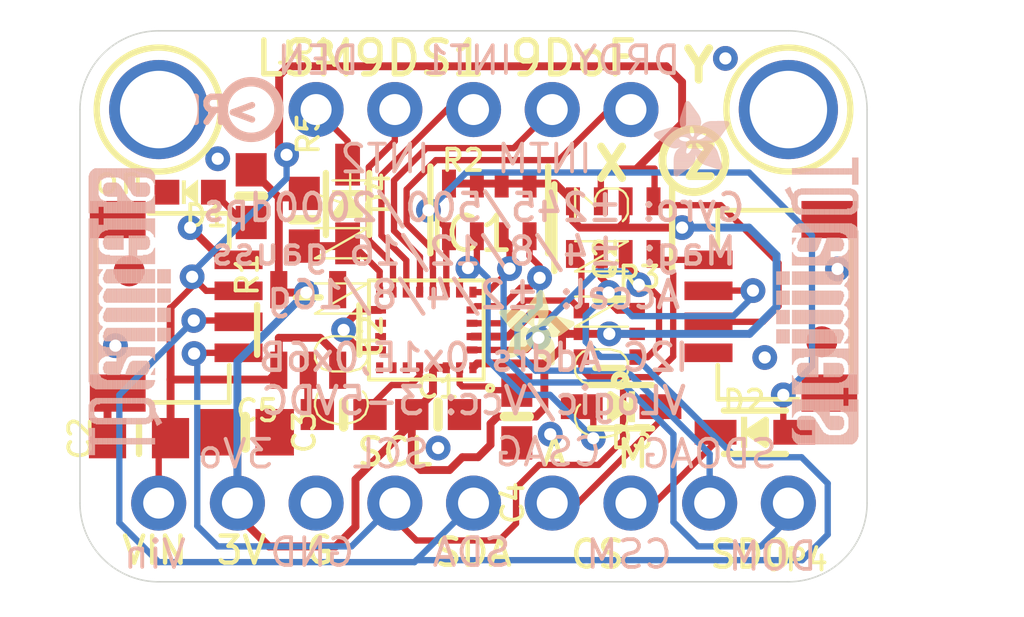
<source format=kicad_pcb>
(kicad_pcb (version 20211014) (generator pcbnew)
  (layers (0 "F.Cu" signal) (31 "B.Cu" signal) (34 "B.Paste" user) (35 "F.Paste" user) (36 "B.SilkS" user "B.Silkscreen") (37 "F.SilkS" user "F.Silkscreen") (38 "B.Mask" user) (39 "F.Mask" user) (44 "Edge.Cuts" user))
  (net 0 "")
  (net 1 "GND")
  (net 2 "SDA")
  (net 3 "SCL")
  (net 4 "SCL_3V")
  (net 5 "SDA_3V")
  (net 6 "3.3V")
  (net 7 "VCC")
  (net 8 "N$1")
  (net 9 "DEN_5V")
  (net 10 "DEN_3V")
  (net 11 "CS_A/G")
  (net 12 "CS_M")
  (net 13 "SDO_M")
  (net 14 "SDO_AG")
  (net 15 "INT_M")
  (net 16 "DRDY_M")
  (net 17 "INT1_AG")
  (net 18 "INT2_AG")
  (net 19 "C1")
  (net 20 "CAP")
  (net 21 "CS_AG_5V")
  (net 22 "CS_M_5V")
  (footprint "boardEagle:LGA24_3.5X3.1MM" (layer "F.Cu") (at 146.9771 105.7656 180)
    (fp_text reference "IC1" (at -2.9 3.1) (layer "F.SilkS") (effects (font (size 1.117092 1.117092) (thickness 0.152908)) (justify right)))
    (fp_text value "LSM9DS1" hide)
    (pad "1" smd rect (at -1.505 -1.22 90) (size 0.35 0.23) (layers "F.Cu" "F.Paste" "F.Mask") (net 6 "3.3V"))
    (pad "2" smd rect (at -1.475 -0.645) (size 0.35 0.23) (layers "F.Cu" "F.Paste" "F.Mask") (net 4 "SCL_3V"))
    (pad "3" smd rect (at -1.475 -0.215) (size 0.35 0.23) (layers "F.Cu" "F.Paste" "F.Mask") (net 6 "3.3V"))
    (pad "4" smd rect (at -1.475 0.215) (size 0.35 0.23) (layers "F.Cu" "F.Paste" "F.Mask") (net 5 "SDA_3V"))
    (pad "5" smd rect (at -1.475 0.645) (size 0.35 0.23) (layers "F.Cu" "F.Paste" "F.Mask") (net 14 "SDO_AG"))
    (pad "6" smd rect (at -1.505 1.22 270) (size 0.35 0.23) (layers "F.Cu" "F.Paste" "F.Mask") (net 13 "SDO_M"))
    (pad "7" smd rect (at -1.075 1.22 270) (size 0.35 0.23) (layers "F.Cu" "F.Paste" "F.Mask") (net 11 "CS_A/G"))
    (pad "8" smd rect (at -0.645 1.22 270) (size 0.35 0.23) (layers "F.Cu" "F.Paste" "F.Mask") (net 12 "CS_M"))
    (pad "9" smd rect (at -0.215 1.22 270) (size 0.35 0.23) (layers "F.Cu" "F.Paste" "F.Mask") (net 16 "DRDY_M"))
    (pad "10" smd rect (at 0.215 1.22 270) (size 0.35 0.23) (layers "F.Cu" "F.Paste" "F.Mask") (net 15 "INT_M"))
    (pad "11" smd rect (at 0.645 1.22 270) (size 0.35 0.23) (layers "F.Cu" "F.Paste" "F.Mask") (net 17 "INT1_AG"))
    (pad "12" smd rect (at 1.075 1.22 270) (size 0.35 0.23) (layers "F.Cu" "F.Paste" "F.Mask") (net 18 "INT2_AG"))
    (pad "13" smd rect (at 1.505 1.22 270) (size 0.35 0.23) (layers "F.Cu" "F.Paste" "F.Mask") (net 10 "DEN_3V"))
    (pad "14" smd rect (at 1.475 0.645) (size 0.35 0.23) (layers "F.Cu" "F.Paste" "F.Mask") (net 1 "GND"))
    (pad "15" smd rect (at 1.475 0.215) (size 0.35 0.23) (layers "F.Cu" "F.Paste" "F.Mask") (net 1 "GND"))
    (pad "16" smd rect (at 1.475 -0.215) (size 0.35 0.23) (layers "F.Cu" "F.Paste" "F.Mask") (net 1 "GND"))
    (pad "17" smd rect (at 1.475 -0.645) (size 0.35 0.23) (layers "F.Cu" "F.Paste" "F.Mask") (net 1 "GND"))
    (pad "18" smd rect (at 1.505 -1.22 90) (size 0.35 0.23) (layers "F.Cu" "F.Paste" "F.Mask") (net 1 "GND"))
    (pad "19" smd rect (at 1.075 -1.22 90) (size 0.35 0.23) (layers "F.Cu" "F.Paste" "F.Mask") (net 1 "GND"))
    (pad "20" smd rect (at 0.645 -1.22 90) (size 0.35 0.23) (layers "F.Cu" "F.Paste" "F.Mask") (net 1 "GND"))
    (pad "21" smd rect (at 0.215 -1.22 90) (size 0.35 0.23) (layers "F.Cu" "F.Paste" "F.Mask") (net 20 "CAP"))
    (pad "22" smd rect (at -0.215 -1.22 90) (size 0.35 0.23) (layers "F.Cu" "F.Paste" "F.Mask") (net 6 "3.3V"))
    (pad "23" smd rect (at -0.645 -1.22 90) (size 0.35 0.23) (layers "F.Cu" "F.Paste" "F.Mask") (net 6 "3.3V"))
    (pad "24" smd rect (at -1.075 -1.22 90) (size 0.35 0.23) (layers "F.Cu" "F.Paste" "F.Mask") (net 19 "C1"))
  )
  (footprint "boardEagle:0603-NO" (layer "F.Cu") (at 141.3256 101.4476 -90)
    (fp_text reference "R1" (at 1.778 0.127 90) (layer "F.SilkS") (effects (font (size 0.692831 0.692831) (thickness 0.119969)) (justify right)))
    (fp_text value "10K")
    (pad "1" smd rect (at -0.85 0 270) (size 1.075 1) (layers "F.Cu" "F.Paste" "F.Mask") (net 6 "3.3V"))
    (pad "2" smd rect (at 0.85 0 270) (size 1.075 1) (layers "F.Cu" "F.Paste" "F.Mask") (net 8 "N$1"))
  )
  (footprint "boardEagle:FIDUCIAL_1MM" (layer "F.Cu") (at 137.3886 103.8606)
    (fp_text reference "FID3" hide)
    (fp_text value "FIDUCIAL_1MM" hide)
    (pad "1" smd roundrect (at 0 0) (size 1 1) (layers "F.Cu" "F.Mask") (roundrect_rratio 0.5))
  )
  (footprint "boardEagle:SOT23-5" (layer "F.Cu") (at 143.1671 105.7656)
    (fp_text reference "U2" (at 2.032 -0.562 90) (layer "F.SilkS") (effects (font (size 0.692831 0.692831) (thickness 0.119969)) (justify right)))
    (fp_text value "AP2112K-3.3")
    (pad "1" smd rect (at -0.95 1.3001) (size 0.55 1.2) (layers "F.Cu" "F.Paste" "F.Mask") (net 7 "VCC"))
    (pad "2" smd rect (at 0 1.3001) (size 0.55 1.2) (layers "F.Cu" "F.Paste" "F.Mask") (net 1 "GND"))
    (pad "3" smd rect (at 0.95 1.3001) (size 0.55 1.2) (layers "F.Cu" "F.Paste" "F.Mask") (net 7 "VCC"))
    (pad "4" smd rect (at 0.95 -1.3001) (size 0.55 1.2) (layers "F.Cu" "F.Paste" "F.Mask"))
    (pad "5" smd rect (at -0.95 -1.3001) (size 0.55 1.2) (layers "F.Cu" "F.Paste" "F.Mask") (net 6 "3.3V"))
  )
  (footprint "boardEagle:SOT363" (layer "F.Cu") (at 152.8826 105.8926 90)
    (fp_text reference "Q2" (at 1.651 -0.127 90) (layer "F.SilkS") (effects (font (size 0.692831 0.692831) (thickness 0.119969)) (justify left)))
    (fp_text value "BSS138")
    (pad "1" smd rect (at -0.75 0.9 90) (size 0.5 0.5) (layers "F.Cu" "F.Paste" "F.Mask") (net 4 "SCL_3V"))
    (pad "2" smd rect (at 0 0.9 90) (size 0.4 0.5) (layers "F.Cu" "F.Paste" "F.Mask") (net 6 "3.3V"))
    (pad "3" smd rect (at 0.75 0.9 90) (size 0.5 0.5) (layers "F.Cu" "F.Paste" "F.Mask") (net 2 "SDA"))
    (pad "4" smd rect (at 0.75 -0.9 90) (size 0.5 0.5) (layers "F.Cu" "F.Paste" "F.Mask") (net 5 "SDA_3V"))
    (pad "5" smd rect (at 0 -0.9 90) (size 0.4 0.5) (layers "F.Cu" "F.Paste" "F.Mask") (net 6 "3.3V"))
    (pad "6" smd rect (at -0.75 -0.9 90) (size 0.5 0.5) (layers "F.Cu" "F.Paste" "F.Mask") (net 3 "SCL"))
  )
  (footprint "boardEagle:SOD-323" (layer "F.Cu") (at 144.4371 101.7016 -90)
    (fp_text reference "D4" (at -1.1 -1 90) (layer "F.SilkS") (effects (font (size 0.692831 0.692831) (thickness 0.119969)) (justify right)))
    (fp_text value "1N4148")
    (pad "A" smd rect (at 1.27 0 270) (size 1.35 0.8) (layers "F.Cu" "F.Paste" "F.Mask") (net 10 "DEN_3V"))
    (pad "C" smd rect (at -1.27 0 270) (size 1.35 0.8) (layers "F.Cu" "F.Paste" "F.Mask") (net 9 "DEN_5V"))
  )
  (footprint "boardEagle:SOD-323" (layer "F.Cu") (at 157.5816 109.0676)
    (fp_text reference "D2" (at -1.1 -1) (layer "F.SilkS") (effects (font (size 0.692831 0.692831) (thickness 0.119969)) (justify left)))
    (fp_text value "1N4148")
    (pad "A" smd rect (at 1.27 0) (size 1.35 0.8) (layers "F.Cu" "F.Paste" "F.Mask") (net 12 "CS_M"))
    (pad "C" smd rect (at -1.27 0) (size 1.35 0.8) (layers "F.Cu" "F.Paste" "F.Mask") (net 22 "CS_M_5V"))
  )
  (footprint "boardEagle:SOD-323" (layer "F.Cu") (at 153.2636 108.2421 180)
    (fp_text reference "D3" (at -1.1 -1) (layer "F.SilkS") (effects (font (size 0.692831 0.692831) (thickness 0.119969)) (justify right)))
    (fp_text value "1N4148")
    (pad "A" smd rect (at 1.27 0 180) (size 1.35 0.8) (layers "F.Cu" "F.Paste" "F.Mask") (net 11 "CS_A/G"))
    (pad "C" smd rect (at -1.27 0 180) (size 1.35 0.8) (layers "F.Cu" "F.Paste" "F.Mask") (net 21 "CS_AG_5V"))
  )
  (footprint "boardEagle:CHIPLED_0603_NOOUTLINE" (layer "F.Cu") (at 139.3571 101.3206 90)
    (fp_text reference "D1" (at -0.762 1.27) (layer "F.SilkS") (effects (font (size 0.692831 0.692831) (thickness 0.119969)) (justify right)))
    (fp_text value "GREEN")
    (pad "A" smd rect (at 0 0.75 90) (size 0.8 0.8) (layers "F.Cu" "F.Paste" "F.Mask") (net 8 "N$1"))
    (pad "C" smd rect (at 0 -0.75 90) (size 0.8 0.8) (layers "F.Cu" "F.Paste" "F.Mask") (net 1 "GND"))
  )
  (footprint "boardEagle:MOUNTINGHOLE_2.5_PLATED" (layer "F.Cu") (at 138.3411 98.6536)
    (fp_text reference "U$1" hide)
    (fp_text value "MOUNTINGHOLE2.5" hide)
    (pad "P$1" thru_hole circle (at 0 0) (size 3.2 3.2) (drill 2.5) (layers *.Cu *.Mask))
  )
  (footprint "boardEagle:RESPACK_4X0603" (layer "F.Cu") (at 153.0096 102.4636 180)
    (fp_text reference "R3" (at -1.6 -1.6) (layer "F.SilkS") (effects (font (size 0.692831 0.692831) (thickness 0.119969)) (justify right)))
    (fp_text value "10K")
    (pad "1" smd rect (at -1.3 0.85 180) (size 0.45 0.9) (layers "F.Cu" "F.Paste" "F.Mask") (net 7 "VCC"))
    (pad "2" smd rect (at -0.4 0.85 180) (size 0.45 0.9) (layers "F.Cu" "F.Paste" "F.Mask") (net 6 "3.3V"))
    (pad "3" smd rect (at 0.4 0.85 180) (size 0.45 0.9) (layers "F.Cu" "F.Paste" "F.Mask") (net 7 "VCC"))
    (pad "4" smd rect (at 1.3 0.85 180) (size 0.45 0.9) (layers "F.Cu" "F.Paste" "F.Mask") (net 6 "3.3V"))
    (pad "5" smd rect (at 1.3 -0.85 180) (size 0.45 0.9) (layers "F.Cu" "F.Paste" "F.Mask") (net 5 "SDA_3V"))
    (pad "6" smd rect (at 0.4 -0.85 180) (size 0.45 0.9) (layers "F.Cu" "F.Paste" "F.Mask") (net 2 "SDA"))
    (pad "7" smd rect (at -0.4 -0.85 180) (size 0.45 0.9) (layers "F.Cu" "F.Paste" "F.Mask") (net 4 "SCL_3V"))
    (pad "8" smd rect (at -1.3 -0.85 180) (size 0.45 0.9) (layers "F.Cu" "F.Paste" "F.Mask") (net 3 "SCL"))
  )
  (footprint "boardEagle:_0805MP" (layer "F.Cu") (at 137.7061 109.2581 180)
    (fp_text reference "C2" (at 1.905 -0.762 90) (layer "F.SilkS") (effects (font (size 0.692831 0.692831) (thickness 0.119969)) (justify left)))
    (fp_text value "10uF")
    (pad "1" smd rect (at -1.016 0 180) (size 1.2 1.3) (layers "F.Cu" "F.Paste" "F.Mask") (net 7 "VCC"))
    (pad "2" smd rect (at 1.016 0 180) (size 1.2 1.3) (layers "F.Cu" "F.Paste" "F.Mask") (net 1 "GND"))
  )
  (footprint "boardEagle:1X05_ROUND_70" (layer "F.Cu") (at 148.5011 98.6536)
    (fp_text reference "JP2" (at -6.4262 -1.8288) (layer "F.SilkS") (effects (font (size 0.692831 0.692831) (thickness 0.119969)) (justify left)))
    (fp_text value "")
    (pad "1" thru_hole circle (at -5.08 0 90) (size 1.778 1.778) (drill 1) (layers *.Cu *.Mask) (net 9 "DEN_5V"))
    (pad "2" thru_hole circle (at -2.54 0 90) (size 1.778 1.778) (drill 1) (layers *.Cu *.Mask) (net 18 "INT2_AG"))
    (pad "3" thru_hole circle (at 0 0 90) (size 1.778 1.778) (drill 1) (layers *.Cu *.Mask) (net 17 "INT1_AG"))
    (pad "4" thru_hole circle (at 2.54 0 90) (size 1.778 1.778) (drill 1) (layers *.Cu *.Mask) (net 15 "INT_M"))
    (pad "5" thru_hole circle (at 5.08 0 90) (size 1.778 1.778) (drill 1) (layers *.Cu *.Mask) (net 16 "DRDY_M"))
  )
  (footprint "boardEagle:ADAFRUIT_2.5MM" (layer "F.Cu") (at 149.3266 106.9086)
    (fp_text reference "U$10" hide)
    (fp_text value "" hide)
  )
  (footprint "boardEagle:0603-NO" (layer "F.Cu") (at 147.3581 108.4961)
    (fp_text reference "C1" (at -0.762 -0.889) (layer "F.SilkS") (effects (font (size 0.692831 0.692831) (thickness 0.119969)) (justify left)))
    (fp_text value "0.1uF")
    (pad "1" smd rect (at -0.85 0) (size 1.075 1) (layers "F.Cu" "F.Paste" "F.Mask") (net 6 "3.3V"))
    (pad "2" smd rect (at 0.85 0) (size 1.075 1) (layers "F.Cu" "F.Paste" "F.Mask") (net 1 "GND"))
  )
  (footprint "boardEagle:0805-NO" (layer "F.Cu") (at 141.1351 109.0676)
    (fp_text reference "C3" (at 1.905 -0.762 90) (layer "F.SilkS") (effects (font (size 0.692831 0.692831) (thickness 0.119969)) (justify right)))
    (fp_text value "10uF")
    (pad "1" smd rect (at -0.95 0) (size 1.24 1.5) (layers "F.Cu" "F.Paste" "F.Mask") (net 6 "3.3V"))
    (pad "2" smd rect (at 0.95 0) (size 1.24 1.5) (layers "F.Cu" "F.Paste" "F.Mask") (net 1 "GND"))
  )
  (footprint "boardEagle:0603-NO" (layer "F.Cu") (at 149.8981 108.5596 -90)
    (fp_text reference "C4" (at 2.032 0.127 90) (layer "F.SilkS") (effects (font (size 0.692831 0.692831) (thickness 0.119969)) (justify right)))
    (fp_text value "0.22uF")
    (pad "1" smd rect (at -0.85 0 270) (size 1.075 1) (layers "F.Cu" "F.Paste" "F.Mask") (net 19 "C1"))
    (pad "2" smd rect (at 0.85 0 270) (size 1.075 1) (layers "F.Cu" "F.Paste" "F.Mask") (net 1 "GND"))
  )
  (footprint "boardEagle:0603-NO" (layer "F.Cu") (at 144.3101 108.4961 180)
    (fp_text reference "C5" (at 2.032 0.127) (layer "F.SilkS") (effects (font (size 0.692831 0.692831) (thickness 0.119969)) (justify right)))
    (fp_text value "0.01uF")
    (pad "1" smd rect (at -0.85 0 180) (size 1.075 1) (layers "F.Cu" "F.Paste" "F.Mask") (net 20 "CAP"))
    (pad "2" smd rect (at 0.85 0 180) (size 1.075 1) (layers "F.Cu" "F.Paste" "F.Mask") (net 1 "GND"))
  )
  (footprint "boardEagle:JST_SH4" (layer "F.Cu") (at 138.4046 105.0036 -90)
    (fp_text reference "CONN4" (at -4.6 -5.9 90) (layer "F.SilkS") (effects (font (size 1.703222 1.703222) (thickness 0.074778)) (justify right)))
    (fp_text value "STEMMA_I2C_QT" hide)
    (pad "1" smd rect (at -1.5 -2.514) (size 1.55 0.6) (layers "F.Cu" "F.Paste" "F.Mask") (net 1 "GND"))
    (pad "2" smd rect (at -0.5 -2.514) (size 1.55 0.6) (layers "F.Cu" "F.Paste" "F.Mask") (net 7 "VCC"))
    (pad "3" smd rect (at 0.5 -2.514) (size 1.55 0.6) (layers "F.Cu" "F.Paste" "F.Mask") (net 2 "SDA"))
    (pad "4" smd rect (at 1.5 -2.514) (size 1.55 0.6) (layers "F.Cu" "F.Paste" "F.Mask") (net 3 "SCL"))
    (pad "MT1" smd rect (at -2.8 1.386) (size 1.8 1.2) (layers "F.Cu" "F.Paste" "F.Mask") (net 1 "GND"))
    (pad "MT2" smd rect (at 2.8 1.386) (size 1.8 1.2) (layers "F.Cu" "F.Paste" "F.Mask") (net 1 "GND"))
  )
  (footprint "boardEagle:MOUNTINGHOLE_2.5_PLATED" (layer "F.Cu") (at 158.6611 98.6536)
    (fp_text reference "U$17" hide)
    (fp_text value "MOUNTINGHOLE2.5" hide)
    (pad "P$1" thru_hole circle (at 0 0) (size 3.2 3.2) (drill 2.5) (layers *.Cu *.Mask))
  )
  (footprint "boardEagle:FIDUCIAL_1MM" (layer "F.Cu") (at 159.7406 106.1466)
    (fp_text reference "FID4" hide)
    (fp_text value "FIDUCIAL_1MM" hide)
    (pad "1" smd roundrect (at 0 0) (size 1 1) (layers "F.Cu" "F.Mask") (roundrect_rratio 0.5))
  )
  (footprint "boardEagle:0603-NO" (layer "F.Cu") (at 143.0401 102.2096 90)
    (fp_text reference "R5" (at 2.032 0.127 90) (layer "F.SilkS") (effects (font (size 0.692831 0.692831) (thickness 0.119969)) (justify left)))
    (fp_text value "10K")
    (pad "1" smd rect (at -0.85 0 90) (size 1.075 1) (layers "F.Cu" "F.Paste" "F.Mask") (net 10 "DEN_3V"))
    (pad "2" smd rect (at 0.85 0 90) (size 1.075 1) (layers "F.Cu" "F.Paste" "F.Mask") (net 6 "3.3V"))
  )
  (footprint "boardEagle:1X09_ROUND_70" (layer "F.Cu") (at 148.5011 111.3536 180)
    (fp_text reference "JP4" (at -11.5062 -1.8288) (layer "F.SilkS") (effects (font (size 0.692831 0.692831) (thickness 0.119969)) (justify right)))
    (fp_text value "PowerIO")
    (pad "1" thru_hole circle (at -10.16 0 270) (size 1.778 1.778) (drill 1) (layers *.Cu *.Mask) (net 13 "SDO_M"))
    (pad "2" thru_hole circle (at -7.62 0 270) (size 1.778 1.778) (drill 1) (layers *.Cu *.Mask) (net 14 "SDO_AG"))
    (pad "3" thru_hole circle (at -5.08 0 270) (size 1.778 1.778) (drill 1) (layers *.Cu *.Mask) (net 22 "CS_M_5V"))
    (pad "4" thru_hole circle (at -2.54 0 270) (size 1.778 1.778) (drill 1) (layers *.Cu *.Mask) (net 21 "CS_AG_5V"))
    (pad "5" thru_hole circle (at 0 0 270) (size 1.778 1.778) (drill 1) (layers *.Cu *.Mask) (net 2 "SDA"))
    (pad "6" thru_hole circle (at 2.54 0 270) (size 1.778 1.778) (drill 1) (layers *.Cu *.Mask) (net 3 "SCL"))
    (pad "7" thru_hole circle (at 5.08 0 270) (size 1.778 1.778) (drill 1) (layers *.Cu *.Mask) (net 1 "GND"))
    (pad "8" thru_hole circle (at 7.62 0 270) (size 1.778 1.778) (drill 1) (layers *.Cu *.Mask) (net 6 "3.3V"))
    (pad "9" thru_hole circle (at 10.16 0 270) (size 1.778 1.778) (drill 1) (layers *.Cu *.Mask) (net 7 "VCC"))
  )
  (footprint "boardEagle:JST_SH4" (layer "F.Cu") (at 158.5976 105.0036 90)
    (fp_text reference "CONN3" (at -4.6 -5.9 90) (layer "F.SilkS") (effects (font (size 1.703222 1.703222) (thickness 0.074778)) (justify left)))
    (fp_text value "STEMMA_I2C_QT" hide)
    (pad "1" smd rect (at -1.5 -2.514 180) (size 1.55 0.6) (layers "F.Cu" "F.Paste" "F.Mask") (net 1 "GND"))
    (pad "2" smd rect (at -0.5 -2.514 180) (size 1.55 0.6) (layers "F.Cu" "F.Paste" "F.Mask") (net 7 "VCC"))
    (pad "3" smd rect (at 0.5 -2.514 180) (size 1.55 0.6) (layers "F.Cu" "F.Paste" "F.Mask") (net 2 "SDA"))
    (pad "4" smd rect (at 1.5 -2.514 180) (size 1.55 0.6) (layers "F.Cu" "F.Paste" "F.Mask") (net 3 "SCL"))
    (pad "MT1" smd rect (at -2.8 1.386 180) (size 1.8 1.2) (layers "F.Cu" "F.Paste" "F.Mask") (net 1 "GND"))
    (pad "MT2" smd rect (at 2.8 1.386 180) (size 1.8 1.2) (layers "F.Cu" "F.Paste" "F.Mask") (net 1 "GND"))
  )
  (footprint "boardEagle:RESPACK_4X0603" (layer "F.Cu") (at 149.0091 101.8921)
    (fp_text reference "R2" (at -1.6 -1.6) (layer "F.SilkS") (effects (font (size 0.692831 0.692831) (thickness 0.119969)) (justify left)))
    (fp_text value "10k")
    (pad "1" smd rect (at -1.3 0.85) (size 0.45 0.9) (layers "F.Cu" "F.Paste" "F.Mask") (net 12 "CS_M"))
    (pad "2" smd rect (at -0.4 0.85) (size 0.45 0.9) (layers "F.Cu" "F.Paste" "F.Mask") (net 11 "CS_A/G"))
    (pad "3" smd rect (at 0.4 0.85) (size 0.45 0.9) (layers "F.Cu" "F.Paste" "F.Mask") (net 13 "SDO_M"))
    (pad "4" smd rect (at 1.3 0.85) (size 0.45 0.9) (layers "F.Cu" "F.Paste" "F.Mask") (net 14 "SDO_AG"))
    (pad "5" smd rect (at 1.3 -0.85) (size 0.45 0.9) (layers "F.Cu" "F.Paste" "F.Mask") (net 6 "3.3V"))
    (pad "6" smd rect (at 0.4 -0.85) (size 0.45 0.9) (layers "F.Cu" "F.Paste" "F.Mask") (net 6 "3.3V"))
    (pad "7" smd rect (at -0.4 -0.85) (size 0.45 0.9) (layers "F.Cu" "F.Paste" "F.Mask") (net 6 "3.3V"))
    (pad "8" smd rect (at -1.3 -0.85) (size 0.45 0.9) (layers "F.Cu" "F.Paste" "F.Mask") (net 6 "3.3V"))
  )
  (footprint "boardEagle:STEMMAQT" (layer "B.Cu") (at 158.2801 109.4486 90)
    (fp_text reference "U$30" hide)
    (fp_text value "" hide)
  )
  (footprint "boardEagle:PCBFEAT-REV-040" (layer "B.Cu") (at 141.3256 98.6536 180)
    (fp_text reference "U$25" hide)
    (fp_text value "" hide)
    (fp_text user ">REV" (at -0.3556 -0.508) (layer "B.SilkS") (effects (font (size 0.8128 0.8128) (thickness 0.2032)) (justify left bottom mirror)))
  )
  (footprint "boardEagle:STEMMAQT" (layer "B.Cu") (at 138.7221 100.5586 -90)
    (fp_text reference "U$31" hide)
    (fp_text value "" hide)
  )
  (footprint "boardEagle:ADAFRUIT_2.5MM" (layer "B.Cu") (at 156.7561 100.8126 180)
    (fp_text reference "U$16" hide)
    (fp_text value "" hide)
  )
  (gr_arc (start 156.6301 100.3006) (mid 156.33252 101.01902) (end 155.6141 101.3166) (layer "F.SilkS") (width 0.254))
  (gr_arc (start 154.5981 100.3006) (mid 154.890467 99.576968) (end 155.614099 99.284601) (layer "F.SilkS") (width 0.254))
  (gr_arc (start 155.6141 99.2846) (mid 156.33252 99.58218) (end 156.6301 100.3006) (layer "F.SilkS") (width 0.254))
  (gr_arc (start 155.6141 101.3166) (mid 154.89568 101.01902) (end 154.5981 100.3006) (layer "F.SilkS") (width 0.254))
  (gr_line (start 138.3411 113.8936) (end 158.6611 113.8936) (layer "Edge.Cuts") (width 0.05))
  (gr_arc (start 158.6611 96.1136) (mid 160.457151 96.857549) (end 161.2011 98.6536) (layer "Edge.Cuts") (width 0.05))
  (gr_arc (start 135.8011 98.6536) (mid 136.545049 96.857549) (end 138.3411 96.1136) (layer "Edge.Cuts") (width 0.05))
  (gr_arc (start 161.2011 111.3536) (mid 160.457151 113.149651) (end 158.6611 113.8936) (layer "Edge.Cuts") (width 0.05))
  (gr_line (start 158.6611 96.1136) (end 138.3411 96.1136) (layer "Edge.Cuts") (width 0.05))
  (gr_arc (start 138.3411 113.8936) (mid 136.545049 113.149651) (end 135.8011 111.3536) (layer "Edge.Cuts") (width 0.05))
  (gr_line (start 161.2011 111.3536) (end 161.2011 98.6536) (layer "Edge.Cuts") (width 0.05))
  (gr_line (start 135.8011 98.6536) (end 135.8011 111.3536) (layer "Edge.Cuts") (width 0.05))
  (gr_text "INT2" (at 145.6436 100.2411) (layer "B.SilkS") (effects (font (size 0.89408 0.89408) (thickness 0.12192)) (justify mirror)))
  (gr_text "Vin" (at 138.2141 113.0046) (layer "B.SilkS") (effects (font (size 0.89408 0.89408) (thickness 0.12192)) (justify mirror)))
  (gr_text "INT1" (at 148.3106 97.0661) (layer "B.SilkS") (effects (font (size 0.89408 0.89408) (thickness 0.12192)) (justify mirror)))
  (gr_text "SDA" (at 148.4376 112.9411) (layer "B.SilkS") (effects (font (size 0.89408 0.89408) (thickness 0.12192)) (justify mirror)))
  (gr_text "DEN" (at 143.4846 97.0661) (layer "B.SilkS") (effects (font (size 0.89408 0.89408) (thickness 0.12192)) (justify mirror)))
  (gr_text "3Vo" (at 140.8176 109.7661) (layer "B.SilkS") (effects (font (size 0.89408 0.89408) (thickness 0.12192)) (justify mirror)))
  (gr_text "CSAG" (at 150.9141 109.7026) (layer "B.SilkS") (effects (font (size 0.89408 0.89408) (thickness 0.12192)) (justify mirror)))
  (gr_text "CSM" (at 153.5176 113.0046) (layer "B.SilkS") (effects (font (size 0.89408 0.89408) (thickness 0.12192)) (justify mirror)))
  (gr_text "DRDY" (at 153.4541 97.0661) (layer "B.SilkS") (effects (font (size 0.89408 0.89408) (thickness 0.12192)) (justify mirror)))
  (gr_text "VLogic/Vcc: 3-5VDC" (at 148.5011 108.0516) (layer "B.SilkS") (effects (font (size 0.87376 0.87376) (thickness 0.14224)) (justify mirror)))
  (gr_text "DOM" (at 158.1531 113.0681) (layer "B.SilkS") (effects (font (size 0.89408 0.89408) (thickness 0.12192)) (justify mirror)))
  (gr_text "SDOAG" (at 156.1211 109.7661) (layer "B.SilkS") (effects (font (size 0.89408 0.89408) (thickness 0.12192)) (justify mirror)))
  (gr_text "SCL" (at 145.8341 109.7661) (layer "B.SilkS") (effects (font (size 0.89408 0.89408) (thickness 0.12192)) (justify mirror)))
  (gr_text "Gyro: ±245/500/2000dps\nMag: ±4/8/12/16 gauss\nAccel: ±2/4/8/16g" (at 148.5011 103.2256) (layer "B.SilkS") (effects (font (size 0.87376 0.87376) (thickness 0.14224)) (justify mirror)))
  (gr_text "I2C Addrs 0x1E,0x6B" (at 148.5011 106.6546) (layer "B.SilkS") (effects (font (size 0.87376 0.87376) (thickness 0.14224)) (justify mirror)))
  (gr_text "GND" (at 143.2941 112.9411) (layer "B.SilkS") (effects (font (size 0.89408 0.89408) (thickness 0.12192)) (justify mirror)))
  (gr_text "INTM" (at 150.7871 100.2411) (layer "B.SilkS") (effects (font (size 0.89408 0.89408) (thickness 0.12192)) (justify mirror)))
  (gr_text "SDO" (at 157.4546 113.0046) (layer "F.SilkS") (effects (font (size 0.87376 0.87376) (thickness 0.14224))))
  (gr_text "A" (at 151.1046 109.7026) (layer "F.SilkS") (effects (font (size 0.87376 0.87376) (thickness 0.14224))))
  (gr_text "G" (at 143.5481 112.8776) (layer "F.SilkS") (effects (font (size 0.87376 0.87376) (thickness 0.14224))))
  (gr_text "Z" (at 155.1646 100.9386) (layer "F.SilkS") (effects (font (size 1.016 1.016) (thickness 0.254)) (justify left bottom)))
  (gr_text "M" (at 153.6446 109.7661) (layer "F.SilkS") (effects (font (size 0.87376 0.87376) (thickness 0.14224))))
  (gr_text "SDA" (at 148.5011 112.9411) (layer "F.SilkS") (effects (font (size 0.87376 0.87376) (thickness 0.14224))))
  (gr_text "VIN" (at 138.2141 112.8776) (layer "F.SilkS") (effects (font (size 0.87376 0.87376) (thickness 0.14224))))
  (gr_text "LSM9DS1 9DoF" (at 147.6121 97.0026) (layer "F.SilkS") (effects (font (size 1.0922 1.0922) (thickness 0.1778))))
  (gr_text "Y" (at 155.1646 97.8271) (layer "F.SilkS") (effects (font (size 1.016 1.016) (thickness 0.254)) (justify left bottom)))
  (gr_text "CS" (at 152.5016 113.0046) (layer "F.SilkS") (effects (font (size 0.87376 0.87376) (thickness 0.14224))))
  (gr_text "on" (at 136.1821 101.4476) (layer "F.SilkS") (effects (font (size 0.89408 0.89408) (thickness 0.12192)) (justify left bottom)))
  (gr_text "X" (at 152.3071 101.0021) (layer "F.SilkS") (effects (font (size 1.016 1.016) (thickness 0.254)) (justify left bottom)))
  (gr_text "SCL" (at 145.9611 109.7026) (layer "F.SilkS") (effects (font (size 0.87376 0.87376) (thickness 0.14224))))
  (gr_text "3V" (at 141.0081 112.8776) (layer "F.SilkS") (effects (font (size 0.87376 0.87376) (thickness 0.14224))))
  (segment (start 144.3101 105.6386) (end 144.3101 105.7656) (width 0.254) (layer "F.Cu") (net 1))
  (segment (start 144.3101 105.9026) (end 144.3101 105.7656) (width 0.254) (layer "F.Cu") (net 1))
  (segment (start 140.9186 103.5036) (end 140.3971 103.5036) (width 0.254) (layer "F.Cu") (net 1))
  (segment (start 145.5021 105.1206) (end 144.8281 105.1206) (width 0.254) (layer "F.Cu") (net 1))
  (segment (start 144.8281 105.1206) (end 144.3101 105.6386) (width 0.254) (layer "F.Cu") (net 1))
  (segment (start 140.3971 103.5036) (end 139.3571 102.4636) (width 0.254) (layer "F.Cu") (net 1))
  (segment (start 143.1671 108.2031) (end 143.4601 108.4961) (width 0.254) (layer "F.Cu") (net 1))
  (segment (start 145.5021 106.4106) (end 144.8181 106.4106) (width 0.254) (layer "F.Cu") (net 1))
  (segment (start 144.8181 106.4106) (end 144.3101 105.9026) (width 0.254) (layer "F.Cu") (net 1))
  (segment (start 143.1671 107.0657) (end 143.1671 108.2031) (width 0.254) (layer "F.Cu") (net 1))
  (segment (start 136.6901 108.1321) (end 137.0186 107.8036) (width 0.254) (layer "F.Cu") (net 1))
  (segment (start 136.6901 109.2581) (end 136.6901 108.1321) (width 0.254) (layer "F.Cu") (net 1))
  (via (at 144.3101 105.7656) (size 0.8001) (drill 0.3937) (layers "F.Cu" "B.Cu") (net 1))
  (via (at 139.3571 102.4636) (size 0.8001) (drill 0.3937) (layers "F.Cu" "B.Cu") (net 1))
  (via (at 140.2461 100.2411) (size 0.8001) (drill 0.3937) (layers "F.Cu" "B.Cu") (net 1))
  (via (at 157.8991 106.6546) (size 0.8001) (drill 0.3937) (layers "F.Cu" "B.Cu") (net 1))
  (via (at 160.2486 103.7971) (size 0.8001) (drill 0.3937) (layers "F.Cu" "B.Cu") (net 1))
  (via (at 156.6291 97.0026) (size 0.8001) (drill 0.3937) (layers "F.Cu" "B.Cu") (net 1))
  (via (at 136.9441 106.2736) (size 0.8001) (drill 0.3937) (layers "F.Cu" "B.Cu") (net 1))
  (via (at 150.9776 109.1311) (size 0.8001) (drill 0.3937) (layers "F.Cu" "B.Cu") (net 1))
  (via (at 147.3581 109.5756) (size 0.8001) (drill 0.3937) (layers "F.Cu" "B.Cu") (net 1))
  (segment (start 152.8636 104.8576) (end 153.1486 105.1426) (width 0.2032) (layer "F.Cu") (net 2))
  (segment (start 152.8636 104.5591) (end 152.8636 104.8576) (width 0.2032) (layer "F.Cu") (net 2))
  (segment (start 156.0916 104.4956) (end 157.5181 104.4956) (width 0.2032) (layer "F.Cu") (net 2))
  (segment (start 152.9466 104.4126) (end 152.8636 104.4956) (width 0.2032) (layer "F.Cu") (net 2))
  (segment (start 152.8636 104.4956) (end 152.8636 104.5591) (width 0.2032) (layer "F.Cu") (net 2))
  (segment (start 153.1486 105.1426) (end 153.7826 105.1426) (width 0.2032) (layer "F.Cu") (net 2))
  (segment (start 152.9466 104.4126) (end 152.6096 104.0756) (width 0.2032) (layer "F.Cu") (net 2))
  (segment (start 140.9186 105.5036) (end 140.8758 105.4608) (width 0.2032) (layer "F.Cu") (net 2))
  (segment (start 140.8758 105.4608) (end 139.4739 105.4608) (width 0.2032) (layer "F.Cu") (net 2))
  (segment (start 156.0836 104.5036) (end 156.0916 104.4956) (width 0.2032) (layer "F.Cu") (net 2))
  (segment (start 152.6096 103.3136) (end 152.6096 104.0756) (width 0.2032) (layer "F.Cu") (net 2))
  (via (at 157.5181 104.4956) (size 0.8001) (drill 0.3937) (layers "F.Cu" "B.Cu") (net 2))
  (via (at 152.8636 104.5591) (size 0.8001) (drill 0.3937) (layers "F.Cu" "B.Cu") (net 2))
  (via (at 139.4739 105.4608) (size 0.8001) (drill 0.3937) (layers "F.Cu" "B.Cu") (net 2))
  (segment (start 152.8636 104.5591) (end 152.1206 105.3021) (width 0.2032) (layer "B.Cu") (net 2))
  (segment (start 137.0711 111.9886) (end 138.3411 113.2586) (width 0.2032) (layer "B.Cu") (net 2))
  (segment (start 159.9311 110.7186) (end 159.9311 112.3696) (width 0.2032) (layer "B.Cu") (net 2))
  (segment (start 156.8831 105.3211) (end 153.625603 105.3211) (width 0.2032) (layer "B.Cu") (net 2))
  (segment (start 146.6596 113.1951) (end 159.1056 113.1951) (width 0.2032) (layer "B.Cu") (net 2))
  (segment (start 157.5181 104.4956) (end 157.5181 104.6861) (width 0.2032) (layer "B.Cu") (net 2))
  (segment (start 157.5181 104.6861) (end 156.8831 105.3211) (width 0.2032) (layer "B.Cu") (net 2))
  (segment (start 139.4739 105.4608) (end 137.0711 107.8636) (width 0.2032) (layer "B.Cu") (net 2))
  (segment (start 146.5961 113.2586) (end 146.6596 113.1951) (width 0.2032) (layer "B.Cu") (net 2))
  (segment (start 152.1206 106.1466) (end 152.60955 106.63555) (width 0.2032) (layer "B.Cu") (net 2))
  (segment (start 137.0711 107.8636) (end 137.0711 111.9886) (width 0.2032) (layer "B.Cu") (net 2))
  (segment (start 152.8636 104.5591) (end 153.625603 105.3211) (width 0.2032) (layer "B.Cu") (net 2))
  (segment (start 152.1206 105.3021) (end 152.1206 106.1466) (width 0.2032) (layer "B.Cu") (net 2))
  (segment (start 146.6596 113.1951) (end 148.5011 111.3536) (width 0.2032) (layer "B.Cu") (net 2))
  (segment (start 159.9311 112.3696) (end 159.1056 113.1951) (width 0.2032) (layer "B.Cu") (net 2))
  (segment (start 159.08655 109.87405) (end 159.9311 110.7186) (width 0.2032) (layer "B.Cu") (net 2))
  (segment (start 153.719868 106.63555) (end 156.958368 109.87405) (width 0.2032) (layer "B.Cu") (net 2))
  (segment (start 152.60955 106.63555) (end 153.719868 106.63555) (width 0.2032) (layer "B.Cu") (net 2))
  (segment (start 138.3411 113.2586) (end 146.5961 113.2586) (width 0.2032) (layer "B.Cu") (net 2))
  (segment (start 156.958368 109.87405) (end 159.08655 109.87405) (width 0.2032) (layer "B.Cu") (net 2))
  (segment (start 150.620631 110.1217) (end 149.8727 110.869632) (width 0.2032) (layer "F.Cu") (net 3))
  (segment (start 154.2796 107.2896) (end 153.3271 107.2896) (width 0.2032) (layer "F.Cu") (net 3))
  (segment (start 154.9446 106.6246) (end 154.2796 107.2896) (width 0.2032) (layer "F.Cu") (net 3))
  (segment (start 149.3266 112.5601) (end 146.6596 112.5601) (width 0.2032) (layer "F.Cu") (net 3))
  (segment (start 145.9611 111.6076) (end 145.9611 111.3536) (width 0.254) (layer "F.Cu") (net 3))
  (segment (start 151.9826 106.6426) (end 151.9821 106.6431) (width 0.2032) (layer "F.Cu") (net 3))
  (segment (start 156.0836 103.5036) (end 154.4996 103.5036) (width 0.2032) (layer "F.Cu") (net 3))
  (segment (start 152.2476 107.2896) (end 151.9821 107.0241) (width 0.2032) (layer "F.Cu") (net 3))
  (segment (start 154.3096 103.3136) (end 154.9446 103.9486) (width 0.2032) (layer "F.Cu") (net 3))
  (segment (start 149.8727 112.014) (end 149.3266 112.5601) (width 0.2032) (layer "F.Cu") (net 3))
  (segment (start 139.4841 106.5036) (end 139.4841 106.5276) (width 0.2032) (layer "F.Cu") (net 3))
  (segment (start 146.6596 112.5601) (end 145.9611 111.8616) (width 0.2032) (layer "F.Cu") (net 3))
  (segment (start 145.9611 111.8616) (end 145.9611 111.6076) (width 0.2032) (layer "F.Cu") (net 3))
  (segment (start 153.3271 109.3216) (end 152.527 110.1217) (width 0.2032) (layer "F.Cu") (net 3))
  (segment (start 151.9821 107.0241) (end 151.9821 106.6431) (width 0.2032) (layer "F.Cu") (net 3))
  (segment (start 152.2476 107.2896) (end 153.3271 107.2896) (width 0.2032) (layer "F.Cu") (net 3))
  (segment (start 152.527 110.1217) (end 150.620631 110.1217) (width 0.2032) (layer "F.Cu") (net 3))
  (segment (start 153.3271 107.2896) (end 153.3271 109.3216) (width 0.2032) (layer "F.Cu") (net 3))
  (segment (start 154.9446 103.9486) (end 154.9446 106.6246) (width 0.2032) (layer "F.Cu") (net 3))
  (segment (start 149.8727 110.869632) (end 149.8727 112.014) (width 0.2032) (layer "F.Cu") (net 3))
  (segment (start 140.9186 106.5036) (end 139.4841 106.5036) (width 0.2032) (layer "F.Cu") (net 3))
  (segment (start 154.4996 103.5036) (end 154.3096 103.3136) (width 0.2032) (layer "F.Cu") (net 3))
  (via (at 139.4841 106.5276) (size 0.8001) (drill 0.3937) (layers "F.Cu" "B.Cu") (net 3))
  (segment (start 139.5857 112.0902) (end 140.2461 112.7506) (width 0.2032) (layer "B.Cu") (net 3))
  (segment (start 139.5857 106.6292) (end 139.5857 112.0902) (width 0.2032) (layer "B.Cu") (net 3))
  (segment (start 139.4841 106.5276) (end 139.5857 106.6292) (width 0.2032) (layer "B.Cu") (net 3))
  (segment (start 144.5641 112.7506) (end 145.9611 111.3536) (width 0.2032) (layer "B.Cu") (net 3))
  (segment (start 140.2461 112.7506) (end 144.5641 112.7506) (width 0.2032) (layer "B.Cu") (net 3))
  (segment (start 153.8351 104.3051) (end 154.0836 104.3051) (width 0.2032) (layer "F.Cu") (net 4))
  (segment (start 150.2056 106.4106) (end 148.4521 106.4106) (width 0.2032) (layer "F.Cu") (net 4))
  (segment (start 153.4096 103.3136) (end 153.4096 103.6311) (width 0.254) (layer "F.Cu") (net 4))
  (segment (start 150.5966 106.0196) (end 150.2056 106.4106) (width 0.2032) (layer "F.Cu") (net 4))
  (segment (start 154.4874 104.7089) (end 154.0836 104.3051) (width 0.2032) (layer "F.Cu") (net 4))
  (segment (start 153.4096 103.6311) (end 154.0836 104.3051) (width 0.254) (layer "F.Cu") (net 4))
  (segment (start 154.4874 104.7089) (end 154.4874 106.2736) (width 0.2032) (layer "F.Cu") (net 4))
  (segment (start 154.4874 106.2736) (end 154.1184 106.6426) (width 0.2032) (layer "F.Cu") (net 4))
  (segment (start 153.7826 106.6426) (end 154.1184 106.6426) (width 0.2032) (layer "F.Cu") (net 4))
  (via (at 153.8351 104.3051) (size 0.8001) (drill 0.3937) (layers "F.Cu" "B.Cu") (net 4))
  (via (at 150.5966 106.0196) (size 0.8001) (drill 0.3937) (layers "F.Cu" "B.Cu") (net 4))
  (segment (start 153.40965 103.87965) (end 153.8351 104.3051) (width 0.2032) (layer "B.Cu") (net 4))
  (segment (start 152.48255 103.87965) (end 153.40965 103.87965) (width 0.2032) (layer "B.Cu") (net 4))
  (segment (start 150.5966 106.0196) (end 150.5966 105.7656) (width 0.2032) (layer "B.Cu") (net 4))
  (segment (start 150.5966 105.7656) (end 152.48255 103.87965) (width 0.2032) (layer "B.Cu") (net 4))
  (segment (start 151.9826 105.1426) (end 151.656968 104.816969) (width 0.2032) (layer "F.Cu") (net 5))
  (segment (start 151.9826 103.5866) (end 151.9826 105.1426) (width 0.2032) (layer "F.Cu") (net 5))
  (segment (start 149.422337 105.5506) (end 150.155968 104.816969) (width 0.2032) (layer "F.Cu") (net 5))
  (segment (start 151.656968 104.816969) (end 150.155968 104.816969) (width 0.2032) (layer "F.Cu") (net 5))
  (segment (start 148.4521 105.5506) (end 149.422337 105.5506) (width 0.2032) (layer "F.Cu") (net 5))
  (segment (start 151.9826 103.5866) (end 151.7096 103.3136) (width 0.2032) (layer "F.Cu") (net 5))
  (segment (start 153.2001 102.4636) (end 151.9301 102.4636) (width 0.254) (layer "F.Cu") (net 6))
  (segment (start 142.2171 101.4891) (end 142.2171 104.4321) (width 0.254) (layer "F.Cu") (net 6))
  (segment (start 147.1921 107.8121) (end 146.5081 108.4961) (width 0.254) (layer "F.Cu") (net 6))
  (segment (start 147.6221 106.9856) (end 147.1921 106.9856) (width 0.254) (layer "F.Cu") (net 6))
  (segment (start 151.3586 105.95611) (end 151.422109 105.8926) (width 0.254) (layer "F.Cu") (net 6))
  (segment (start 146.5081 108.7746) (end 146.5081 108.4961) (width 0.254) (layer "F.Cu") (net 6))
  (segment (start 151.549109 105.8926) (end 151.422109 105.8926) (width 0.254) (layer "F.Cu") (net 6))
  (segment (start 149.6196 105.9806) (end 150.3426 105.2576) (width 0.254) (layer "F.Cu") (net 6))
  (segment (start 149.0504 109.4708) (end 149.0504 108.78875) (width 0.254) (layer "F.Cu") (net 6))
  (segment (start 142.9106 101.4891) (end 142.2171 101.4891) (width 0.254) (layer "F.Cu") (net 6))
  (segment (start 150.8506 106.8451) (end 151.3586 106.3371) (width 0.254) (layer "F.Cu") (net 6))
  (segment (start 150.51665 108.5596) (end 149.27955 108.5596) (width 0.254) (layer "F.Cu") (net 6))
  (segment (start 148.6091 101.0421) (end 149.4091 101.0421) (width 0.254) (layer "F.Cu") (net 6))
  (segment (start 151.1381 101.0421) (end 150.3091 101.0421) (width 0.254) (layer "F.Cu") (net 6))
  (segment (start 142.2505 104.4655) (end 142.2171 104.4321) (width 0.254) (layer "F.Cu") (net 6))
  (segment (start 151.7096 101.6136) (end 151.1381 101.0421) (width 0.254) (layer "F.Cu") (net 6))
  (segment (start 144.6911 112.1156) (end 144.0561 112.7506) (width 0.254) (layer "F.Cu") (net 6))
  (segment (start 148.6091 101.0421) (end 147.7091 101.0421) (width 0.254) (layer "F.Cu") (net 6))
  (segment (start 142.2171 104.4655) (end 142.2505 104.4655) (width 0.254) (layer "F.Cu") (net 6))
  (segment (start 148.6488 109.8724) (end 149.0504 109.4708) (width 0.254) (layer "F.Cu") (net 6))
  (segment (start 140.8811 109.7636) (end 140.8811 111.3536) (width 0.254) (layer "F.Cu") (net 6))
  (segment (start 150.8506 106.8451) (end 150.7871 106.8451) (width 0.254) (layer "F.Cu") (net 6))
  (segment (start 149.4091 101.0421) (end 150.3091 101.0421) (width 0.254) (layer "F.Cu") (net 6))
  (segment (start 144.6911 112.1156) (end 144.6911 110.5916) (width 0.254) (layer "F.Cu") (net 6))
  (segment (start 150.914109 105.2576) (end 150.3426 105.2576) (width 0.254) (layer "F.Cu") (net 6))
  (segment (start 148.1408 109.8724) (end 148.6488 109.8724) (width 0.254) (layer "F.Cu") (net 6))
  (segment (start 148.4521 105.9806) (end 149.6196 105.9806) (width 0.254) (layer "F.Cu") (net 6))
  (segment (start 152.8826 105.8926) (end 153.7826 105.8926) (width 0.254) (layer "F.Cu") (net 6))
  (segment (start 143.1061 104.5591) (end 142.3441 104.5591) (width 0.254) (layer "F.Cu") (net 6))
  (segment (start 141.8971 112.7506) (end 140.8811 111.7346) (width 0.254) (layer "F.Cu") (net 6))
  (segment (start 146.5081 109.9956) (end 146.7993 110.2868) (width 0.254) (layer "F.Cu") (net 6))
  (segment (start 149.27955 108.5596) (end 149.0504 108.78875) (width 0.254) (layer "F.Cu") (net 6))
  (segment (start 147.7264 110.2868) (end 148.1408 109.8724) (width 0.254) (layer "F.Cu") (net 6))
  (segment (start 153.2001 102.4636) (end 155.2321 102.4636) (width 0.254) (layer "F.Cu") (net 6))
  (segment (start 146.7993 110.2868) (end 147.7264 110.2868) (width 0.254) (layer "F.Cu") (net 6))
  (segment (start 151.7096 101.6136) (end 151.7096 102.2431) (width 0.254) (layer "F.Cu") (net 6))
  (segment (start 150.7871 108.28915) (end 150.51665 108.5596) (width 0.254) (layer "F.Cu") (net 6))
  (segment (start 150.7871 106.8451) (end 148.6226 106.8451) (width 0.254) (layer "F.Cu") (net 6))
  (segment (start 153.4096 102.2541) (end 153.2001 102.4636) (width 0.254) (layer "F.Cu") (net 6))
  (segment (start 140.8811 111.7346) (end 140.8811 111.3536) (width 0.254) (layer "F.Cu") (net 6))
  (segment (start 142.2171 101.4891) (end 141.3256 100.5976) (width 0.254) (layer "F.Cu") (net 6))
  (segment (start 148.4821 106.9856) (end 148.6226 106.8451) (width 0.254) (layer "F.Cu") (net 6))
  (segment (start 151.3586 106.3371) (end 151.3586 105.95611) (width 0.254) (layer "F.Cu") (net 6))
  (segment (start 153.4096 101.6136) (end 153.4096 102.2541) (width 0.254) (layer "F.Cu") (net 6))
  (segment (start 151.549109 105.8926) (end 150.914109 105.2576) (width 0.254) (layer "F.Cu") (net 6))
  (segment (start 144.6911 110.5916) (end 146.5081 108.7746) (width 0.254) (layer "F.Cu") (net 6))
  (segment (start 147.1921 106.9856) (end 147.1921 107.8121) (width 0.254) (layer "F.Cu") (net 6))
  (segment (start 151.9826 105.8926) (end 152.8826 105.8926) (width 0.254) (layer "F.Cu") (net 6))
  (segment (start 151.9826 105.8926) (end 151.549109 105.8926) (width 0.254) (layer "F.Cu") (net 6))
  (segment (start 146.5081 108.4961) (end 146.5081 109.9956) (width 0.254) (layer "F.Cu") (net 6))
  (segment (start 142.3441 104.5591) (end 142.2505 104.4655) (width 0.254) (layer "F.Cu") (net 6))
  (segment (start 151.9301 102.4636) (end 151.7096 102.2431) (width 0.254) (layer "F.Cu") (net 6))
  (segment (start 150.7871 106.8451) (end 150.7871 108.28915) (width 0.254) (layer "F.Cu") (net 6))
  (segment (start 140.1851 109.0676) (end 140.8811 109.7636) (width 0.254) (layer "F.Cu") (net 6))
  (segment (start 143.0401 101.3596) (end 142.9106 101.4891) (width 0.254) (layer "F.Cu") (net 6))
  (segment (start 141.8971 112.7506) (end 144.0561 112.7506) (width 0.254) (layer "F.Cu") (net 6))
  (via (at 143.1061 104.5591) (size 0.8001) (drill 0.3937) (layers "F.Cu" "B.Cu") (net 6))
  (via (at 152.8826 105.8926) (size 0.8001) (drill 0.3937) (layers "F.Cu" "B.Cu") (net 6))
  (via (at 155.2321 102.4636) (size 0.8001) (drill 0.3937) (layers "F.Cu" "B.Cu") (net 6))
  (segment (start 158.2801 103.3526) (end 158.2801 105.022788) (width 0.254) (layer "B.Cu") (net 6))
  (segment (start 157.410287 105.8926) (end 152.8826 105.8926) (width 0.254) (layer "B.Cu") (net 6))
  (segment (start 157.3911 102.4636) (end 158.2801 103.3526) (width 0.254) (layer "B.Cu") (net 6))
  (segment (start 140.8811 111.3536) (end 140.8811 106.7841) (width 0.254) (layer "B.Cu") (net 6))
  (segment (start 140.8811 106.7841) (end 143.1061 104.5591) (width 0.254) (layer "B.Cu") (net 6))
  (segment (start 155.2321 102.4636) (end 157.3911 102.4636) (width 0.254) (layer "B.Cu") (net 6))
  (segment (start 158.2801 105.022788) (end 157.410287 105.8926) (width 0.254) (layer "B.Cu") (net 6))
  (segment (start 142.2171 107.0657) (end 141.915475 107.367325) (width 0.254) (layer "F.Cu") (net 7))
  (segment (start 139.4206 104.0511) (end 139.4206 104.3686) (width 0.2032) (layer "F.Cu") (net 7))
  (segment (start 158.3436 103.6066) (end 156.4776 101.7406) (width 0.2032) (layer "F.Cu") (net 7))
  (segment (start 154.3431 101.5801) (end 154.3096 101.6136) (width 0.2032) (layer "F.Cu") (net 7))
  (segment (start 152.8191 100.5586) (end 153.7716 100.5586) (width 0.2032) (layer "F.Cu") (net 7))
  (segment (start 142.2171 106.0196) (end 143.5481 106.0196) (width 0.254) (layer "F.Cu") (net 7))
  (segment (start 138.7246 107.367325) (end 138.7246 109.2556) (width 0.254) (layer "F.Cu") (net 7))
  (segment (start 152.6096 100.7681) (end 152.8191 100.5586) (width 0.2032) (layer "F.Cu") (net 7))
  (segment (start 143.5481 106.0196) (end 144.1171 106.5886) (width 0.254) (layer "F.Cu") (net 7))
  (segment (start 154.7241 97.2566) (end 142.5321 97.2566) (width 0.254) (layer "F.Cu") (net 7))
  (segment (start 157.8436 105.5036) (end 158.3436 105.0036) (width 0.2032) (layer "F.Cu") (net 7))
  (segment (start 139.4206 104.3686) (end 138.7246 105.0646) (width 0.2032) (layer "F.Cu") (net 7))
  (segment (start 154.4366 101.7406) (end 154.3096 101.6136) (width 0.2032) (layer "F.Cu") (net 7))
  (segment (start 138.7221 109.2581) (end 138.3411 109.2581) (width 0.2032) (layer "F.Cu") (net 7))
  (segment (start 158.3436 105.0036) (end 158.3436 103.6066) (width 0.2032) (layer "F.Cu") (net 7))
  (segment (start 156.4776 101.7406) (end 154.4366 101.7406) (width 0.2032) (layer "F.Cu") (net 7))
  (segment (start 156.0836 105.5036) (end 157.8436 105.5036) (width 0.2032) (layer "F.Cu") (net 7))
  (segment (start 155.2321 97.7646) (end 154.7241 97.2566) (width 0.254) (layer "F.Cu") (net 7))
  (segment (start 155.2321 99.0981) (end 155.2321 97.7646) (width 0.254) (layer "F.Cu") (net 7))
  (segment (start 153.7716 100.5586) (end 155.2321 99.0981) (width 0.254) (layer "F.Cu") (net 7))
  (segment (start 153.7716 100.5586) (end 154.3431 100.5586) (width 0.2032) (layer "F.Cu") (net 7))
  (segment (start 152.6096 101.6136) (end 152.6096 100.7681) (width 0.2032) (layer "F.Cu") (net 7))
  (segment (start 154.3431 100.5586) (end 154.3431 101.5801) (width 0.2032) (layer "F.Cu") (net 7))
  (segment (start 138.7221 109.2581) (end 138.7246 109.2556) (width 0.254) (layer "F.Cu") (net 7))
  (segment (start 144.1171 106.5886) (end 144.1171 107.0657) (width 0.254) (layer "F.Cu") (net 7))
  (segment (start 142.2171 107.0657) (end 142.2171 106.0196) (width 0.254) (layer "F.Cu") (net 7))
  (segment (start 142.2273 97.5614) (end 142.2273 99.8728) (width 0.254) (layer "F.Cu") (net 7))
  (segment (start 138.7246 105.0646) (end 138.7246 107.367325) (width 0.254) (layer "F.Cu") (net 7))
  (segment (start 140.9186 104.5036) (end 139.8731 104.5036) (width 0.2032) (layer "F.Cu") (net 7))
  (segment (start 138.3411 111.3536) (end 138.3411 109.2581) (width 0.2032) (layer "F.Cu") (net 7))
  (segment (start 141.915475 107.367325) (end 138.7246 107.367325) (width 0.254) (layer "F.Cu") (net 7))
  (segment (start 142.2273 99.8728) (end 142.4686 100.1141) (width 0.254) (layer "F.Cu") (net 7))
  (segment (start 142.5321 97.2566) (end 142.2273 97.5614) (width 0.254) (layer "F.Cu") (net 7))
  (segment (start 139.8731 104.5036) (end 139.4206 104.0511) (width 0.2032) (layer "F.Cu") (net 7))
  (via (at 139.4206 104.0511) (size 0.8001) (drill 0.3937) (layers "F.Cu" "B.Cu") (net 7))
  (via (at 142.4686 100.1141) (size 0.8001) (drill 0.3937) (layers "F.Cu" "B.Cu") (net 7))
  (segment (start 139.4206 103.9241) (end 139.4206 104.0511) (width 0.2032) (layer "B.Cu") (net 7))
  (segment (start 142.4686 100.1141) (end 142.4686 100.8761) (width 0.2032) (layer "B.Cu") (net 7))
  (segment (start 142.4686 100.8761) (end 139.4206 103.9241) (width 0.2032) (layer "B.Cu") (net 7))
  (segment (start 140.1071 101.3206) (end 141.0841 102.2976) (width 0.2032) (layer "F.Cu") (net 8))
  (segment (start 141.0841 102.2976) (end 141.3256 102.2976) (width 0.2032) (layer "F.Cu") (net 8))
  (segment (start 144.4371 99.6696) (end 143.4211 98.6536) (width 0.2032) (layer "F.Cu") (net 9))
  (segment (start 144.4371 99.6696) (end 144.4371 100.4316) (width 0.2032) (layer "F.Cu") (net 9))
  (segment (start 144.4371 102.9716) (end 144.4371 103.3526) (width 0.2032) (layer "F.Cu") (net 10))
  (segment (start 145.4721 103.8796) (end 144.5641 102.9716) (width 0.2032) (layer "F.Cu") (net 10))
  (segment (start 144.1441 103.0596) (end 144.4371 103.3526) (width 0.254) (layer "F.Cu") (net 10))
  (segment (start 145.4721 104.5456) (end 145.4721 103.8796) (width 0.2032) (layer "F.Cu") (net 10))
  (segment (start 143.0401 103.0596) (end 144.1441 103.0596) (width 0.254) (layer "F.Cu") (net 10))
  (segment (start 144.4371 102.9716) (end 144.5641 102.9716) (width 0.2032) (layer "F.Cu") (net 10))
  (segment (start 148.40785 103.76735) (end 148.321125 103.76735) (width 0.2032) (layer "F.Cu") (net 11))
  (segment (start 152.36635 108.61485) (end 152.36635 109.2581) (width 0.2032) (layer "F.Cu") (net 11))
  (segment (start 148.0623 104.19345) (end 148.448125 103.807625) (width 0.2032) (layer "F.Cu") (net 11))
  (segment (start 148.6091 103.64665) (end 148.6091 102.7421) (width 0.2032) (layer "F.Cu") (net 11))
  (segment (start 148.448125 103.807625) (end 148.40785 103.76735) (width 0.2032) (layer "F.Cu") (net 11))
  (segment (start 148.0623 104.19345) (end 148.0623 104.5354) (width 0.2032) (layer "F.Cu") (net 11))
  (segment (start 148.448125 103.807625) (end 148.6091 103.64665) (width 0.2032) (layer "F.Cu") (net 11))
  (segment (start 148.0521 104.5456) (end 148.0623 104.5354) (width 0.2032) (layer "F.Cu") (net 11))
  (segment (start 151.9936 108.2421) (end 152.36635 108.61485) (width 0.2032) (layer "F.Cu") (net 11))
  (via (at 148.321125 103.76735) (size 0.8001) (drill 0.3937) (layers "F.Cu" "B.Cu") (net 11))
  (via (at 152.36635 109.2581) (size 0.8001) (drill 0.3937) (layers "F.Cu" "B.Cu") (net 11))
  (segment (start 150.96935 107.8611) (end 150.0886 107.8611) (width 0.2032) (layer "B.Cu") (net 11))
  (segment (start 148.321125 103.76735) (end 148.638625 103.76735) (width 0.2032) (layer "B.Cu") (net 11))
  (segment (start 150.0886 107.8611) (end 148.956125 106.728625) (width 0.2032) (layer "B.Cu") (net 11))
  (segment (start 148.956125 104.08485) (end 148.956125 106.728625) (width 0.2032) (layer "B.Cu") (net 11))
  (segment (start 152.36635 109.2581) (end 150.96935 107.8611) (width 0.2032) (layer "B.Cu") (net 11))
  (segment (start 148.956125 104.08485) (end 148.638625 103.76735) (width 0.2032) (layer "B.Cu") (net 11))
  (segment (start 147.7091 102.7421) (end 147.7091 102.567) (width 0.2032) (layer "F.Cu") (net 12))
  (segment (start 147.6221 102.8291) (end 147.7091 102.7421) (width 0.2032) (layer "F.Cu") (net 12))
  (segment (start 147.6221 104.5456) (end 147.6221 102.8291) (width 0.2032) (layer "F.Cu") (net 12))
  (segment (start 158.8516 109.0676) (end 158.4979 108.7139) (width 0.2032) (layer "F.Cu") (net 12))
  (segment (start 147.7091 102.567) (end 147.04695 101.90485) (width 0.2032) (layer "F.Cu") (net 12))
  (segment (start 158.4979 107.8611) (end 158.4979 108.7139) (width 0.2032) (layer "F.Cu") (net 12))
  (via (at 158.4979 107.8611) (size 0.8001) (drill 0.3937) (layers "F.Cu" "B.Cu") (net 12))
  (via (at 147.04695 101.90485) (size 0.8001) (drill 0.3937) (layers "F.Cu" "B.Cu") (net 12))
  (segment (start 147.04695 101.90485) (end 148.2662 100.6856) (width 0.2032) (layer "B.Cu") (net 12))
  (segment (start 148.2662 100.6856) (end 157.3911 100.6856) (width 0.2032) (layer "B.Cu") (net 12))
  (segment (start 157.3911 100.6856) (end 159.4231 102.7176) (width 0.2032) (layer "B.Cu") (net 12))
  (segment (start 159.4231 102.7176) (end 159.4231 106.9359) (width 0.2032) (layer "B.Cu") (net 12))
  (segment (start 158.4979 107.8611) (end 159.4231 106.9359) (width 0.2032) (layer "B.Cu") (net 12))
  (segment (start 149.6631 103.8416) (end 149.6631 103.7853) (width 0.2032) (layer "F.Cu") (net 13))
  (segment (start 148.4821 104.5456) (end 148.9591 104.5456) (width 0.2032) (layer "F.Cu") (net 13))
  (segment (start 149.6631 102.9961) (end 149.4091 102.7421) (width 0.2032) (layer "F.Cu") (net 13))
  (segment (start 148.9591 104.5456) (end 149.6631 103.8416) (width 0.2032) (layer "F.Cu") (net 13))
  (segment (start 149.6631 102.9961) (end 149.6631 103.7853) (width 0.2032) (layer "F.Cu") (net 13))
  (via (at 149.6631 103.7853) (size 0.8001) (drill 0.3937) (layers "F.Cu" "B.Cu") (net 13))
  (segment (start 149.4726 103.9758) (end 149.4726 106.649307) (width 0.2032) (layer "B.Cu") (net 13))
  (segment (start 153.277231 107.46105) (end 154.9527 109.136519) (width 0.2032) (layer "B.Cu") (net 13))
  (segment (start 154.9527 109.136519) (end 154.9527 111.9632) (width 0.2032) (layer "B.Cu") (net 13))
  (segment (start 150.284343 107.46105) (end 153.277231 107.46105) (width 0.2032) (layer "B.Cu") (net 13))
  (segment (start 154.9527 111.9632) (end 155.7401 112.7506) (width 0.2032) (layer "B.Cu") (net 13))
  (segment (start 149.4726 106.649307) (end 150.284343 107.46105) (width 0.2032) (layer "B.Cu") (net 13))
  (segment (start 155.7401 112.7506) (end 157.7721 112.7506) (width 0.2032) (layer "B.Cu") (net 13))
  (segment (start 158.6611 111.8616) (end 158.6611 111.3536) (width 0.2032) (layer "B.Cu") (net 13))
  (segment (start 157.7721 112.7506) (end 158.6611 111.8616) (width 0.2032) (layer "B.Cu") (net 13))
  (segment (start 149.6631 103.7853) (end 149.4726 103.9758) (width 0.2032) (layer "B.Cu") (net 13))
  (segment (start 149.424518 105) (end 150.023268 104.40125) (width 0.2032) (layer "F.Cu") (net 14))
  (segment (start 148.5727 105) (end 149.424518 105) (width 0.2032) (layer "F.Cu") (net 14))
  (segment (start 150.3091 102.7421) (end 150.3091 103.377725) (width 0.2032) (layer "F.Cu") (net 14))
  (segment (start 148.4521 105.1206) (end 148.5727 105) (width 0.2032) (layer "F.Cu") (net 14))
  (segment (start 150.634125 103.70275) (end 150.3091 103.377725) (width 0.2032) (layer "F.Cu") (net 14))
  (segment (start 150.634125 103.70275) (end 150.634125 104.08375) (width 0.2032) (layer "F.Cu") (net 14))
  (segment (start 150.316625 104.40125) (end 150.634125 104.08375) (width 0.2032) (layer "F.Cu") (net 14))
  (segment (start 150.316625 104.40125) (end 150.023268 104.40125) (width 0.2032) (layer "F.Cu") (net 14))
  (via (at 150.634125 104.08375) (size 0.8001) (drill 0.3937) (layers "F.Cu" "B.Cu") (net 14))
  (segment (start 150.505662 107.08005) (end 153.43505 107.08005) (width 0.2032) (layer "B.Cu") (net 14))
  (segment (start 149.91715 106.491538) (end 150.505662 107.08005) (width 0.2032) (layer "B.Cu") (net 14))
  (segment (start 149.91715 105.674663) (end 150.634125 104.957688) (width 0.2032) (layer "B.Cu") (net 14))
  (segment (start 150.634125 104.957688) (end 150.634125 104.08375) (width 0.2032) (layer "B.Cu") (net 14))
  (segment (start 156.1211 109.7661) (end 153.43505 107.08005) (width 0.2032) (layer "B.Cu") (net 14))
  (segment (start 149.91715 105.674663) (end 149.91715 106.491538) (width 0.2032) (layer "B.Cu") (net 14))
  (segment (start 156.1211 109.7661) (end 156.1211 111.3536) (width 0.2032) (layer "B.Cu") (net 14))
  (segment (start 146.7729 103.4024) (end 145.9357 102.5652) (width 0.2032) (layer "F.Cu") (net 15))
  (segment (start 145.9357 100.942032) (end 146.979531 99.8982) (width 0.2032) (layer "F.Cu") (net 15))
  (segment (start 149.7965 99.8982) (end 151.0411 98.6536) (width 0.2032) (layer "F.Cu") (net 15))
  (segment (start 145.9357 102.5652) (end 145.9357 100.942032) (width 0.2032) (layer "F.Cu") (net 15))
  (segment (start 146.979531 99.8982) (end 149.7965 99.8982) (width 0.2032) (layer "F.Cu") (net 15))
  (segment (start 146.7729 104.5348) (end 146.7729 103.4024) (width 0.2032) (layer "F.Cu") (net 15))
  (segment (start 146.7621 104.5456) (end 146.7729 104.5348) (width 0.2032) (layer "F.Cu") (net 15))
  (segment (start 147.288931 100.284869) (end 151.251331 100.284869) (width 0.2032) (layer "F.Cu") (net 16))
  (segment (start 152.8826 98.6536) (end 153.5811 98.6536) (width 0.2032) (layer "F.Cu") (net 16))
  (segment (start 147.1921 104.5456) (end 147.1921 103.77565) (width 0.2032) (layer "F.Cu") (net 16))
  (segment (start 147.1921 103.77565) (end 147.1793 103.76285) (width 0.2032) (layer "F.Cu") (net 16))
  (segment (start 152.8826 98.6536) (end 151.251331 100.284869) (width 0.2032) (layer "F.Cu") (net 16))
  (segment (start 147.288931 100.284869) (end 146.3421 101.2317) (width 0.2032) (layer "F.Cu") (net 16))
  (segment (start 147.1793 103.76285) (end 147.1793 103.1738) (width 0.2032) (layer "F.Cu") (net 16))
  (segment (start 146.3421 102.3366) (end 146.3421 101.2317) (width 0.2032) (layer "F.Cu") (net 16))
  (segment (start 147.1793 103.1738) (end 146.3421 102.3366) (width 0.2032) (layer "F.Cu") (net 16))
  (segment (start 145.5293 102.7176) (end 145.5293 100.773694) (width 0.2032) (layer "F.Cu") (net 17))
  (segment (start 146.3321 103.5204) (end 145.5293 102.7176) (width 0.2032) (layer "F.Cu") (net 17))
  (segment (start 147.649393 98.6536) (end 148.5011 98.6536) (width 0.2032) (layer "F.Cu") (net 17))
  (segment (start 146.3321 104.5456) (end 146.3321 103.5204) (width 0.2032) (layer "F.Cu") (net 17))
  (segment (start 145.5293 100.773694) (end 147.649393 98.6536) (width 0.2032) (layer "F.Cu") (net 17))
  (segment (start 145.9611 99.6696) (end 145.1229 100.5078) (width 0.2032) (layer "F.Cu") (net 18))
  (segment (start 145.1229 102.8774) (end 145.1229 100.5078) (width 0.2032) (layer "F.Cu") (net 18))
  (segment (start 145.9021 103.6566) (end 145.1229 102.8774) (width 0.2032) (layer "F.Cu") (net 18))
  (segment (start 145.9611 99.6696) (end 145.9611 98.6536) (width 0.2032) (layer "F.Cu") (net 18))
  (segment (start 145.9021 104.5456) (end 145.9021 103.6566) (width 0.2032) (layer "F.Cu") (net 18))
  (segment (start 148.0521 107.502354) (end 148.139446 107.5897) (width 0.2032) (layer "F.Cu") (net 19))
  (segment (start 148.0521 106.9856) (end 148.0521 107.502354) (width 0.2032) (layer "F.Cu") (net 19))
  (segment (start 149.120731 107.7096) (end 149.8981 107.7096) (width 0.2032) (layer "F.Cu") (net 19))
  (segment (start 148.139446 107.5897) (end 149.000831 107.5897) (width 0.2032) (layer "F.Cu") (net 19))
  (segment (start 149.000831 107.5897) (end 149.120731 107.7096) (width 0.2032) (layer "F.Cu") (net 19))
  (segment (start 145.1601 108.2421) (end 145.1601 108.4961) (width 0.2032) (layer "F.Cu") (net 20))
  (segment (start 146.7621 107.2506) (end 146.4691 107.5436) (width 0.2032) (layer "F.Cu") (net 20))
  (segment (start 145.8586 107.5436) (end 145.1601 108.2421) (width 0.2032) (layer "F.Cu") (net 20))
  (segment (start 146.4691 107.5436) (end 145.8586 107.5436) (width 0.2032) (layer "F.Cu") (net 20))
  (segment (start 146.7621 106.9856) (end 146.7621 107.2506) (width 0.2032) (layer "F.Cu") (net 20))
  (segment (start 154.5336 108.2421) (end 154.5336 108.6866) (width 0.2032) (layer "F.Cu") (net 21))
  (segment (start 154.5336 108.6866) (end 151.8666 111.3536) (width 0.2032) (layer "F.Cu") (net 21))
  (segment (start 151.8666 111.3536) (end 151.0411 111.3536) (width 0.2032) (layer "F.Cu") (net 21))
  (segment (start 153.5811 111.3536) (end 154.3431 111.3536) (width 0.2032) (layer "F.Cu") (net 22))
  (segment (start 156.3116 109.3851) (end 154.3431 111.3536) (width 0.2032) (layer "F.Cu") (net 22))
  (segment (start 156.3116 109.0676) (end 156.3116 109.3851) (width 0.2032) (layer "F.Cu") (net 22))
)
</source>
